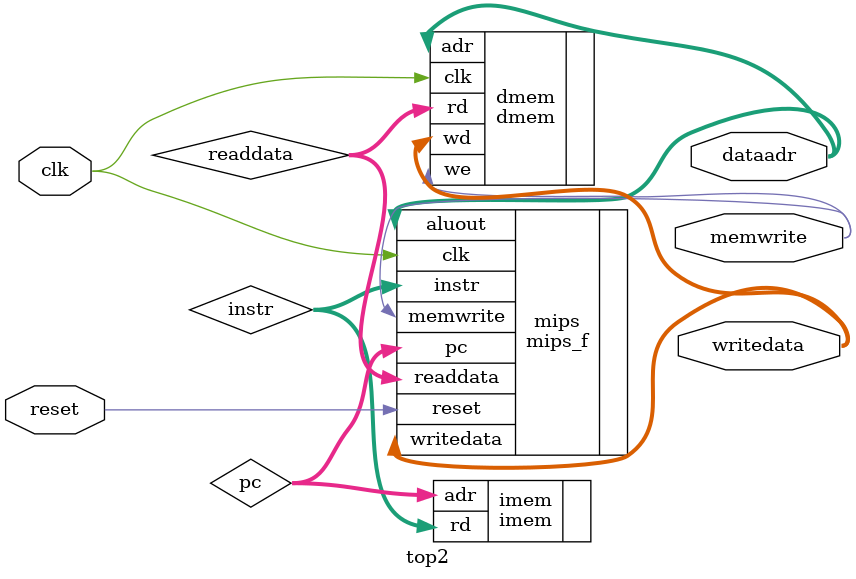
<source format=sv>
`timescale 1ns / 1ps


module top2(input logic         clk, reset, 
           output logic [31:0] writedata, dataadr, 
           output logic        memwrite);

   logic [31:0]                pc, instr, readdata;
  
  // instantiate processor and memories
  mips_f mips(.clk, .reset, .pc, .instr, .memwrite, .aluout(dataadr), .writedata, .readdata);
   
  imem imem(.adr(pc), .rd(instr));
   
  dmem dmem(.clk, .we(memwrite), .adr(dataadr), .wd(writedata), .rd(readdata));
endmodule

</source>
